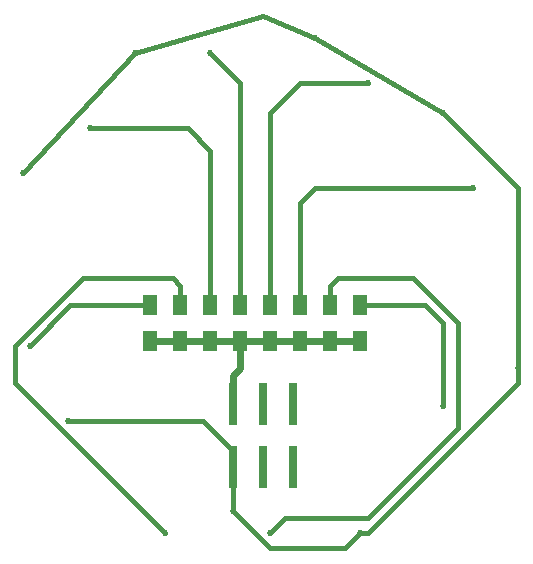
<source format=gbr>
G04 EAGLE Gerber RS-274X export*
G75*
%MOMM*%
%FSLAX34Y34*%
%LPD*%
%INBottom Copper*%
%IPPOS*%
%AMOC8*
5,1,8,0,0,1.08239X$1,22.5*%
G01*
%ADD10R,1.200000X1.800000*%
%ADD11R,0.787400X3.556000*%
%ADD12C,0.609600*%
%ADD13C,0.525000*%
%ADD14C,0.406400*%


D10*
X82550Y-10410D03*
X82550Y-40390D03*
X-69850Y-10410D03*
X-69850Y-40390D03*
X-95250Y-10410D03*
X-95250Y-40390D03*
X57150Y-10410D03*
X57150Y-40390D03*
X6350Y-10410D03*
X6350Y-40390D03*
X31750Y-10410D03*
X31750Y-40390D03*
X-44450Y-10410D03*
X-44450Y-40390D03*
X-19050Y-10410D03*
X-19050Y-40390D03*
D11*
X25400Y-93980D03*
X25400Y-147320D03*
X0Y-93980D03*
X0Y-147320D03*
X-25400Y-93980D03*
X-25400Y-147320D03*
D12*
X-25400Y-93980D02*
X-25400Y-69850D01*
X-19050Y-63500D01*
X-19050Y-40390D01*
X-69850Y-40390D02*
X-95250Y-40390D01*
X-69850Y-40390D02*
X-44450Y-40390D01*
X-19050Y-40390D01*
X6350Y-40390D01*
X31750Y-40390D01*
X57150Y-40390D01*
X82550Y-40390D01*
D13*
X-82550Y-203200D03*
D14*
X-69850Y-10410D02*
X-69850Y6350D01*
X-76200Y12700D01*
X-152400Y12700D02*
X-209550Y-44450D01*
X-209550Y-76200D02*
X-82550Y-203200D01*
X-76200Y12700D02*
X-152400Y12700D01*
X-209550Y-44450D02*
X-209550Y-76200D01*
D13*
X-196850Y-44450D03*
D14*
X-162810Y-10410D02*
X-95250Y-10410D01*
X-162810Y-10410D02*
X-196850Y-44450D01*
X-25400Y-133350D02*
X-25400Y-147320D01*
D13*
X-165100Y-107950D03*
X-25400Y-184150D03*
X82550Y-203200D03*
X152400Y152400D03*
X44450Y215900D03*
X-107950Y203200D03*
X-203200Y101600D03*
D14*
X-107950Y203200D01*
X0Y234950D01*
X44450Y215900D01*
X152400Y152400D01*
D13*
X215900Y-63500D03*
D14*
X215900Y-76200D01*
X88900Y-203200D02*
X82550Y-203200D01*
X88900Y-203200D02*
X215900Y-76200D01*
X-25400Y-147320D02*
X-25400Y-184150D01*
X6350Y-215900D01*
X69850Y-215900D02*
X82550Y-203200D01*
X69850Y-215900D02*
X6350Y-215900D01*
X-25400Y-133350D02*
X-50800Y-107950D01*
X-165100Y-107950D01*
X152400Y152400D02*
X215900Y88900D01*
X215900Y-63500D01*
D13*
X152400Y-95250D03*
D14*
X137410Y-10410D02*
X82550Y-10410D01*
X152400Y-25400D02*
X152400Y-95250D01*
X152400Y-25400D02*
X137410Y-10410D01*
D13*
X6350Y-203200D03*
D14*
X57150Y-10410D02*
X57150Y6350D01*
X63500Y12700D01*
X127000Y12700D01*
X165100Y-25400D01*
X165100Y-114300D01*
X88900Y-190500D01*
X19050Y-190500D02*
X6350Y-203200D01*
X19050Y-190500D02*
X88900Y-190500D01*
X6350Y-10410D02*
X6350Y152400D01*
X31750Y177800D01*
D13*
X88900Y177800D03*
D14*
X31750Y177800D01*
X31750Y76200D02*
X31750Y-10410D01*
X31750Y76200D02*
X44450Y88900D01*
X177800Y88900D01*
D13*
X177800Y88900D03*
D14*
X-44450Y120650D02*
X-44450Y-10410D01*
D13*
X-146050Y139700D03*
D14*
X-63500Y139700D01*
X-44450Y120650D01*
D13*
X-44450Y203200D03*
D14*
X-19050Y177800D01*
X-19050Y-10410D01*
M02*

</source>
